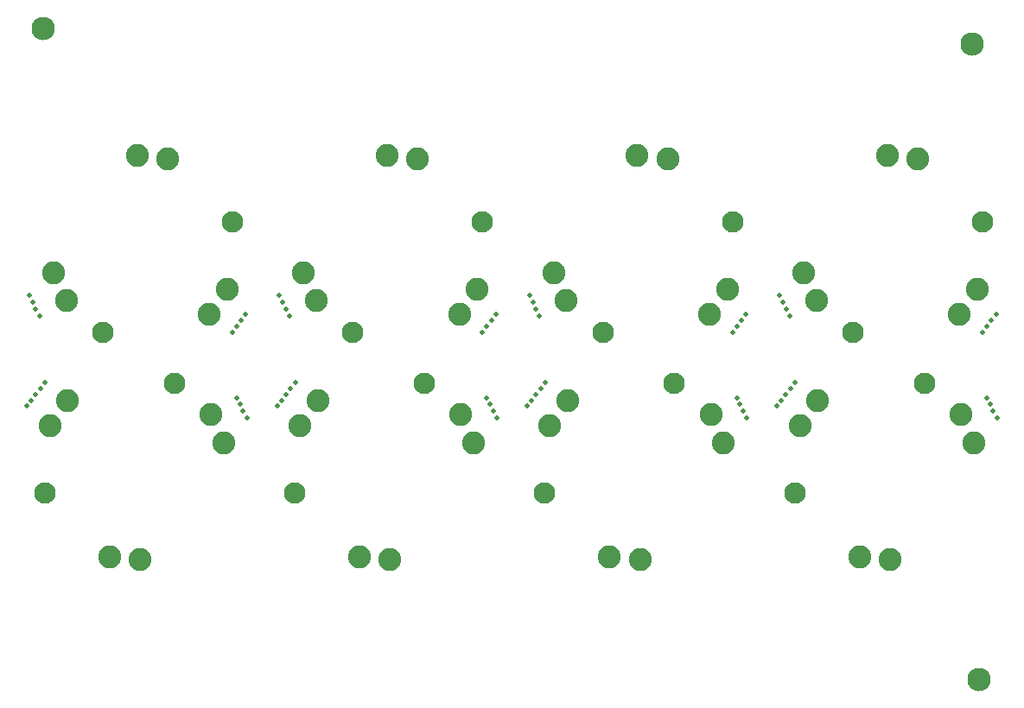
<source format=gbr>
%TF.GenerationSoftware,KiCad,Pcbnew,7.0.10*%
%TF.CreationDate,2024-11-13T11:37:08-08:00*%
%TF.ProjectId,ballBearingBoardPanelization241112,62616c6c-4265-4617-9269-6e67426f6172,rev?*%
%TF.SameCoordinates,Original*%
%TF.FileFunction,Soldermask,Bot*%
%TF.FilePolarity,Negative*%
%FSLAX46Y46*%
G04 Gerber Fmt 4.6, Leading zero omitted, Abs format (unit mm)*
G04 Created by KiCad (PCBNEW 7.0.10) date 2024-11-13 11:37:08*
%MOMM*%
%LPD*%
G01*
G04 APERTURE LIST*
%ADD10C,2.250000*%
%ADD11C,0.500000*%
%ADD12C,2.100000*%
%ADD13C,2.300000*%
G04 APERTURE END LIST*
D10*
%TO.C,J8*%
X16672164Y19033616D03*
%TD*%
D11*
%TO.C,31*%
X60003069Y14950981D03*
%TD*%
%TO.C,40*%
X83606560Y6775265D03*
%TD*%
D10*
%TO.C,J33*%
X74130483Y-9102334D03*
%TD*%
D11*
%TO.C,*%
X-9567638Y15481812D03*
%TD*%
D12*
%TO.C,REF\u002A\u002A*%
X3996360Y8204441D03*
%TD*%
D10*
%TO.C,J39*%
X67044016Y6447499D03*
%TD*%
D11*
%TO.C,10*%
X34188105Y13149757D03*
%TD*%
%TO.C,30*%
X39779486Y14820322D03*
%TD*%
D13*
%TO.C,*%
X82880200Y-20853400D03*
%TD*%
D11*
%TO.C,1*%
X35597086Y4777164D03*
%TD*%
%TO.C,*%
X10425380Y6105431D03*
%TD*%
%TO.C,*%
X11097086Y4777164D03*
%TD*%
%TO.C,7*%
X14924200Y7086600D03*
%TD*%
%TO.C,*%
X-10439400Y5943600D03*
%TD*%
%TO.C,*%
X10109200Y13766800D03*
%TD*%
%TO.C,*%
X10556135Y14358891D03*
%TD*%
%TO.C,36*%
X84244200Y5435600D03*
%TD*%
D12*
%TO.C,REF\u002A\u002A4*%
X34201460Y23989362D03*
%TD*%
D10*
%TO.C,J20*%
X41172164Y19033616D03*
%TD*%
%TO.C,J3*%
X-2356164Y-8814468D03*
%TD*%
D11*
%TO.C,16*%
X14619400Y16154400D03*
%TD*%
D10*
%TO.C,J14*%
X33681953Y17395756D03*
%TD*%
D12*
%TO.C,REF\u002A\u002A6*%
X52996360Y8204441D03*
%TD*%
D11*
%TO.C,48*%
X84503069Y14950981D03*
%TD*%
%TO.C,*%
X-9118600Y7670800D03*
%TD*%
%TO.C,14*%
X35503069Y14950981D03*
%TD*%
%TO.C,*%
X10106560Y6775265D03*
%TD*%
%TO.C,2*%
X35244200Y5435600D03*
%TD*%
%TO.C,32*%
X39432362Y15481812D03*
%TD*%
D10*
%TO.C,J23*%
X46643836Y-8814468D03*
%TD*%
%TO.C,J1*%
X8811695Y2367297D03*
%TD*%
D11*
%TO.C,24*%
X39424200Y7086600D03*
%TD*%
%TO.C,*%
X-10007600Y6477000D03*
%TD*%
D10*
%TO.C,J29*%
X56567611Y5097184D03*
%TD*%
D11*
%TO.C,41*%
X63924200Y7086600D03*
%TD*%
%TO.C,*%
X-9220514Y14820322D03*
%TD*%
%TO.C,20*%
X38560600Y5943600D03*
%TD*%
%TO.C,*%
X10744200Y5435600D03*
%TD*%
D10*
%TO.C,J42*%
X66916248Y16303729D03*
%TD*%
D11*
%TO.C,39*%
X63492400Y6477000D03*
%TD*%
D10*
%TO.C,J12*%
X27840024Y30215380D03*
%TD*%
D11*
%TO.C,13*%
X15279486Y14820322D03*
%TD*%
D12*
%TO.C,REF\u002A\u002A11*%
X70487499Y13196473D03*
%TD*%
D11*
%TO.C,26*%
X40338600Y8255000D03*
%TD*%
D10*
%TO.C,J6*%
X-6583752Y16303729D03*
%TD*%
D11*
%TO.C,38*%
X83925380Y6105431D03*
%TD*%
%TO.C,18*%
X60097086Y4777164D03*
%TD*%
%TO.C,44*%
X83188105Y13149757D03*
%TD*%
D10*
%TO.C,J28*%
X56439844Y14953413D03*
%TD*%
%TO.C,J36*%
X76840024Y30215380D03*
%TD*%
D12*
%TO.C,REF\u002A\u002A10*%
X77496360Y8204441D03*
%TD*%
D11*
%TO.C,47*%
X64279486Y14820322D03*
%TD*%
%TO.C,15*%
X14932362Y15481812D03*
%TD*%
%TO.C,8*%
X15381400Y7670800D03*
%TD*%
%TO.C,4*%
X34925380Y6105431D03*
%TD*%
D12*
%TO.C,REF\u002A\u002A2*%
X28496360Y8204441D03*
%TD*%
D11*
%TO.C,11*%
X34609200Y13766800D03*
%TD*%
D10*
%TO.C,J13*%
X16301907Y4005156D03*
%TD*%
%TO.C,J2*%
X630483Y-9102334D03*
%TD*%
D11*
%TO.C,*%
X-8661400Y8255000D03*
%TD*%
D10*
%TO.C,J18*%
X17916248Y16303729D03*
%TD*%
D11*
%TO.C,34*%
X38806438Y16826990D03*
%TD*%
D13*
%TO.C,*%
X-8864600Y42976800D03*
%TD*%
D11*
%TO.C,21*%
X59425380Y6105431D03*
%TD*%
%TO.C,*%
X-10193562Y16826990D03*
%TD*%
%TO.C,17*%
X14306438Y16826990D03*
%TD*%
%TO.C,12*%
X35056135Y14358891D03*
%TD*%
D10*
%TO.C,J35*%
X71143836Y-8814468D03*
%TD*%
%TO.C,J32*%
X65672164Y19033616D03*
%TD*%
%TO.C,J15*%
X18044016Y6447499D03*
%TD*%
D11*
%TO.C,3*%
X14060600Y5943600D03*
%TD*%
D10*
%TO.C,J5*%
X-6455984Y6447499D03*
%TD*%
%TO.C,J6*%
X7567611Y5097184D03*
%TD*%
D11*
%TO.C,28*%
X59109200Y13766800D03*
%TD*%
%TO.C,*%
X-9880600Y16154400D03*
%TD*%
D10*
%TO.C,J3*%
X3340024Y30215380D03*
%TD*%
%TO.C,J37*%
X65301907Y4005156D03*
%TD*%
%TO.C,J41*%
X81067611Y5097184D03*
%TD*%
%TO.C,J19*%
X57811695Y2367297D03*
%TD*%
%TO.C,J27*%
X42544016Y6447499D03*
%TD*%
%TO.C,J22*%
X49353377Y30503247D03*
%TD*%
%TO.C,J38*%
X82681953Y17395756D03*
%TD*%
D11*
%TO.C,37*%
X63060600Y5943600D03*
%TD*%
%TO.C,49*%
X63932362Y15481812D03*
%TD*%
D10*
%TO.C,J21*%
X49630483Y-9102334D03*
%TD*%
D11*
%TO.C,45*%
X83609200Y13766800D03*
%TD*%
D10*
%TO.C,J25*%
X40801907Y4005156D03*
%TD*%
%TO.C,J24*%
X52340024Y30215380D03*
%TD*%
%TO.C,J30*%
X42416248Y16303729D03*
%TD*%
D12*
%TO.C,REF\u002A\u002A5*%
X40282401Y-2588450D03*
%TD*%
%TO.C,REF\u002A\u002A1*%
X15782401Y-2588450D03*
%TD*%
D10*
%TO.C,J17*%
X32067611Y5097184D03*
%TD*%
%TO.C,J9*%
X25130483Y-9102334D03*
%TD*%
%TO.C,J4*%
X9181953Y17395756D03*
%TD*%
D12*
%TO.C,REF\u002A\u002A*%
X9701460Y23989362D03*
%TD*%
D11*
%TO.C,*%
X9688105Y13149757D03*
%TD*%
%TO.C,19*%
X59744200Y5435600D03*
%TD*%
D12*
%TO.C,REF\u002A\u002A8*%
X58701460Y23989362D03*
%TD*%
D10*
%TO.C,J7*%
X33311695Y2367297D03*
%TD*%
D11*
%TO.C,25*%
X39881400Y7670800D03*
%TD*%
%TO.C,27*%
X58688105Y13149757D03*
%TD*%
D12*
%TO.C,REF\u002A\u002A9*%
X64782401Y-2588450D03*
%TD*%
%TO.C,REF\u002A\u002A7*%
X45987499Y13196473D03*
%TD*%
D11*
%TO.C,22*%
X38992400Y6477000D03*
%TD*%
%TO.C,5*%
X14492400Y6477000D03*
%TD*%
D10*
%TO.C,J16*%
X31939844Y14953413D03*
%TD*%
D13*
%TO.C,*%
X82143600Y41427400D03*
%TD*%
D10*
%TO.C,J4*%
X-8198093Y4005156D03*
%TD*%
%TO.C,J11*%
X22143836Y-8814468D03*
%TD*%
%TO.C,J34*%
X73853377Y30503247D03*
%TD*%
D11*
%TO.C,9*%
X15838600Y8255000D03*
%TD*%
%TO.C,*%
X11003069Y14950981D03*
%TD*%
%TO.C,29*%
X59556135Y14358891D03*
%TD*%
%TO.C,43*%
X64838600Y8255000D03*
%TD*%
D10*
%TO.C,J26*%
X58181953Y17395756D03*
%TD*%
D11*
%TO.C,6*%
X34606560Y6775265D03*
%TD*%
%TO.C,35*%
X84597086Y4777164D03*
%TD*%
%TO.C,50*%
X63619400Y16154400D03*
%TD*%
%TO.C,*%
X-9575800Y7086600D03*
%TD*%
D12*
%TO.C,REF\u002A\u002A*%
X-8717599Y-2588450D03*
%TD*%
D11*
%TO.C,51*%
X63306438Y16826990D03*
%TD*%
D10*
%TO.C,J40*%
X80939844Y14953413D03*
%TD*%
D11*
%TO.C,33*%
X39119400Y16154400D03*
%TD*%
D10*
%TO.C,J2*%
X353377Y30503247D03*
%TD*%
%TO.C,J10*%
X24853377Y30503247D03*
%TD*%
D12*
%TO.C,REF\u002A\u002A3*%
X21487499Y13196473D03*
%TD*%
D11*
%TO.C,42*%
X64381400Y7670800D03*
%TD*%
%TO.C,23*%
X59106560Y6775265D03*
%TD*%
D12*
%TO.C,REF\u002A\u002A*%
X-3012501Y13196473D03*
%TD*%
%TO.C,REF\u002A\u002A12*%
X83201460Y23989362D03*
%TD*%
D11*
%TO.C,46*%
X84056135Y14358891D03*
%TD*%
D10*
%TO.C,J31*%
X82311695Y2367297D03*
%TD*%
%TO.C,J5*%
X7439844Y14953413D03*
%TD*%
%TO.C,J1*%
X-7827836Y19033616D03*
%TD*%
M02*

</source>
